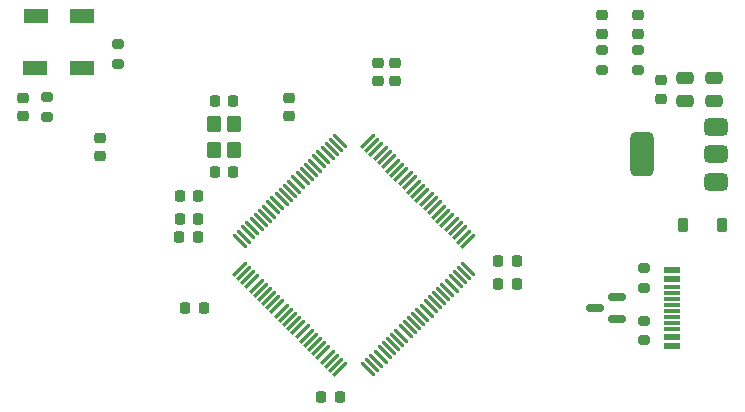
<source format=gtp>
%TF.GenerationSoftware,KiCad,Pcbnew,9.0.4+dfsg-1*%
%TF.CreationDate,2025-10-04T09:30:26+08:00*%
%TF.ProjectId,stmw-mcu-stm32f407,73746d77-2d6d-4637-952d-73746d333266,a*%
%TF.SameCoordinates,Original*%
%TF.FileFunction,Paste,Top*%
%TF.FilePolarity,Positive*%
%FSLAX45Y45*%
G04 Gerber Fmt 4.5, Leading zero omitted, Abs format (unit mm)*
G04 Created by KiCad (PCBNEW 9.0.4+dfsg-1) date 2025-10-04 09:30:26*
%MOMM*%
%LPD*%
G01*
G04 APERTURE LIST*
G04 Aperture macros list*
%AMRoundRect*
0 Rectangle with rounded corners*
0 $1 Rounding radius*
0 $2 $3 $4 $5 $6 $7 $8 $9 X,Y pos of 4 corners*
0 Add a 4 corners polygon primitive as box body*
4,1,4,$2,$3,$4,$5,$6,$7,$8,$9,$2,$3,0*
0 Add four circle primitives for the rounded corners*
1,1,$1+$1,$2,$3*
1,1,$1+$1,$4,$5*
1,1,$1+$1,$6,$7*
1,1,$1+$1,$8,$9*
0 Add four rect primitives between the rounded corners*
20,1,$1+$1,$2,$3,$4,$5,0*
20,1,$1+$1,$4,$5,$6,$7,0*
20,1,$1+$1,$6,$7,$8,$9,0*
20,1,$1+$1,$8,$9,$2,$3,0*%
G04 Aperture macros list end*
%ADD10R,1.450000X0.600000*%
%ADD11R,1.450000X0.300000*%
%ADD12RoundRect,0.225000X-0.225000X-0.250000X0.225000X-0.250000X0.225000X0.250000X-0.225000X0.250000X0*%
%ADD13RoundRect,0.218750X0.256250X-0.218750X0.256250X0.218750X-0.256250X0.218750X-0.256250X-0.218750X0*%
%ADD14RoundRect,0.250000X0.475000X-0.250000X0.475000X0.250000X-0.475000X0.250000X-0.475000X-0.250000X0*%
%ADD15RoundRect,0.150000X0.587500X0.150000X-0.587500X0.150000X-0.587500X-0.150000X0.587500X-0.150000X0*%
%ADD16RoundRect,0.200000X0.275000X-0.200000X0.275000X0.200000X-0.275000X0.200000X-0.275000X-0.200000X0*%
%ADD17RoundRect,0.075000X-0.565685X0.459619X0.459619X-0.565685X0.565685X-0.459619X-0.459619X0.565685X0*%
%ADD18RoundRect,0.075000X-0.565685X-0.459619X-0.459619X-0.565685X0.565685X0.459619X0.459619X0.565685X0*%
%ADD19RoundRect,0.200000X-0.275000X0.200000X-0.275000X-0.200000X0.275000X-0.200000X0.275000X0.200000X0*%
%ADD20RoundRect,0.250000X-0.350000X0.450000X-0.350000X-0.450000X0.350000X-0.450000X0.350000X0.450000X0*%
%ADD21RoundRect,0.225000X0.250000X-0.225000X0.250000X0.225000X-0.250000X0.225000X-0.250000X-0.225000X0*%
%ADD22RoundRect,0.225000X0.225000X0.250000X-0.225000X0.250000X-0.225000X-0.250000X0.225000X-0.250000X0*%
%ADD23RoundRect,0.225000X-0.250000X0.225000X-0.250000X-0.225000X0.250000X-0.225000X0.250000X0.225000X0*%
%ADD24RoundRect,0.375000X0.625000X0.375000X-0.625000X0.375000X-0.625000X-0.375000X0.625000X-0.375000X0*%
%ADD25RoundRect,0.500000X0.500000X1.400000X-0.500000X1.400000X-0.500000X-1.400000X0.500000X-1.400000X0*%
%ADD26R,2.000000X1.200000*%
%ADD27RoundRect,0.225000X0.225000X0.375000X-0.225000X0.375000X-0.225000X-0.375000X0.225000X-0.375000X0*%
%ADD28RoundRect,0.218750X-0.218750X-0.256250X0.218750X-0.256250X0.218750X0.256250X-0.218750X0.256250X0*%
G04 APERTURE END LIST*
D10*
%TO.C,J2*%
X17695500Y-10675000D03*
X17695500Y-10595000D03*
D11*
X17695500Y-10475000D03*
X17695500Y-10375000D03*
X17695500Y-10325000D03*
X17695500Y-10225000D03*
D10*
X17695500Y-10105000D03*
X17695500Y-10025000D03*
X17695500Y-10025000D03*
X17695500Y-10105000D03*
D11*
X17695500Y-10175000D03*
X17695500Y-10275000D03*
X17695500Y-10425000D03*
X17695500Y-10525000D03*
D10*
X17695500Y-10595000D03*
X17695500Y-10675000D03*
%TD*%
D12*
%TO.C,C14*%
X16222500Y-10150000D03*
X16377500Y-10150000D03*
%TD*%
%TO.C,C11*%
X13822500Y-8600000D03*
X13977500Y-8600000D03*
%TD*%
D13*
%TO.C,D3*%
X17400000Y-8028750D03*
X17400000Y-7871250D03*
%TD*%
D14*
%TO.C,C1*%
X18050000Y-8595000D03*
X18050000Y-8405000D03*
%TD*%
D15*
%TO.C,D1*%
X17230250Y-10445000D03*
X17230250Y-10255000D03*
X17042750Y-10350000D03*
%TD*%
D16*
%TO.C,R1*%
X17454000Y-10623000D03*
X17454000Y-10458000D03*
%TD*%
D17*
%TO.C,U3*%
X14881560Y-8933032D03*
X14846204Y-8968387D03*
X14810849Y-9003742D03*
X14775494Y-9039098D03*
X14740138Y-9074453D03*
X14704783Y-9109808D03*
X14669428Y-9145164D03*
X14634072Y-9180519D03*
X14598717Y-9215874D03*
X14563362Y-9251230D03*
X14528006Y-9286585D03*
X14492651Y-9321940D03*
X14457295Y-9357296D03*
X14421940Y-9392651D03*
X14386585Y-9428006D03*
X14351229Y-9463362D03*
X14315874Y-9498717D03*
X14280519Y-9534072D03*
X14245163Y-9569428D03*
X14209808Y-9604783D03*
X14174453Y-9640138D03*
X14139097Y-9675494D03*
X14103742Y-9710849D03*
X14068387Y-9746204D03*
X14033031Y-9781560D03*
D18*
X14033031Y-10018440D03*
X14068387Y-10053796D03*
X14103742Y-10089151D03*
X14139097Y-10124506D03*
X14174453Y-10159862D03*
X14209808Y-10195217D03*
X14245163Y-10230572D03*
X14280519Y-10265928D03*
X14315874Y-10301283D03*
X14351229Y-10336638D03*
X14386585Y-10371994D03*
X14421940Y-10407349D03*
X14457295Y-10442705D03*
X14492651Y-10478060D03*
X14528006Y-10513415D03*
X14563362Y-10548771D03*
X14598717Y-10584126D03*
X14634072Y-10619481D03*
X14669428Y-10654837D03*
X14704783Y-10690192D03*
X14740138Y-10725547D03*
X14775494Y-10760903D03*
X14810849Y-10796258D03*
X14846204Y-10831613D03*
X14881560Y-10866969D03*
D17*
X15118440Y-10866969D03*
X15153796Y-10831613D03*
X15189151Y-10796258D03*
X15224506Y-10760903D03*
X15259862Y-10725547D03*
X15295217Y-10690192D03*
X15330572Y-10654837D03*
X15365928Y-10619481D03*
X15401283Y-10584126D03*
X15436638Y-10548771D03*
X15471994Y-10513415D03*
X15507349Y-10478060D03*
X15542704Y-10442705D03*
X15578060Y-10407349D03*
X15613415Y-10371994D03*
X15648770Y-10336638D03*
X15684126Y-10301283D03*
X15719481Y-10265928D03*
X15754836Y-10230572D03*
X15790192Y-10195217D03*
X15825547Y-10159862D03*
X15860902Y-10124506D03*
X15896258Y-10089151D03*
X15931613Y-10053796D03*
X15966968Y-10018440D03*
D18*
X15966968Y-9781560D03*
X15931613Y-9746204D03*
X15896258Y-9710849D03*
X15860902Y-9675494D03*
X15825547Y-9640138D03*
X15790192Y-9604783D03*
X15754836Y-9569428D03*
X15719481Y-9534072D03*
X15684126Y-9498717D03*
X15648770Y-9463362D03*
X15613415Y-9428006D03*
X15578060Y-9392651D03*
X15542704Y-9357296D03*
X15507349Y-9321940D03*
X15471994Y-9286585D03*
X15436638Y-9251230D03*
X15401283Y-9215874D03*
X15365928Y-9180519D03*
X15330572Y-9145164D03*
X15295217Y-9109808D03*
X15259862Y-9074453D03*
X15224506Y-9039098D03*
X15189151Y-9003742D03*
X15153796Y-8968387D03*
X15118440Y-8933032D03*
%TD*%
D16*
%TO.C,R3*%
X12400000Y-8732500D03*
X12400000Y-8567500D03*
%TD*%
D19*
%TO.C,R2*%
X17454000Y-10013500D03*
X17454000Y-10178500D03*
%TD*%
D20*
%TO.C,Y1*%
X13815000Y-8790000D03*
X13815000Y-9010000D03*
X13985000Y-9010000D03*
X13985000Y-8790000D03*
%TD*%
D19*
%TO.C,R5*%
X17400000Y-8167500D03*
X17400000Y-8332500D03*
%TD*%
D21*
%TO.C,C2*%
X14450000Y-8727500D03*
X14450000Y-8572500D03*
%TD*%
D22*
%TO.C,C9*%
X13677500Y-9600000D03*
X13522500Y-9600000D03*
%TD*%
D23*
%TO.C,C6*%
X12200000Y-8572500D03*
X12200000Y-8727500D03*
%TD*%
D19*
%TO.C,R6*%
X17100000Y-8167500D03*
X17100000Y-8332500D03*
%TD*%
D22*
%TO.C,C10*%
X13727500Y-10350000D03*
X13572500Y-10350000D03*
%TD*%
%TO.C,C13*%
X13977500Y-9200000D03*
X13822500Y-9200000D03*
%TD*%
D14*
%TO.C,C3*%
X17800000Y-8595000D03*
X17800000Y-8405000D03*
%TD*%
D24*
%TO.C,U1*%
X18065000Y-9280000D03*
X18065000Y-9050000D03*
D25*
X17435000Y-9050000D03*
D24*
X18065000Y-8820000D03*
%TD*%
D12*
%TO.C,C12*%
X14722500Y-11100000D03*
X14877500Y-11100000D03*
%TD*%
D21*
%TO.C,C7*%
X12850000Y-9067000D03*
X12850000Y-8912000D03*
%TD*%
D26*
%TO.C,SW1*%
X12305000Y-7880000D03*
X12300000Y-8320000D03*
%TD*%
D12*
%TO.C,C15*%
X16222500Y-9950000D03*
X16377500Y-9950000D03*
%TD*%
D21*
%TO.C,C16*%
X15200000Y-8427500D03*
X15200000Y-8272500D03*
%TD*%
D22*
%TO.C,C8*%
X13677500Y-9400000D03*
X13522500Y-9400000D03*
%TD*%
D21*
%TO.C,C4*%
X17600000Y-8577500D03*
X17600000Y-8422500D03*
%TD*%
D27*
%TO.C,D2*%
X18115000Y-9650000D03*
X17785000Y-9650000D03*
%TD*%
D28*
%TO.C,FB1*%
X13521250Y-9750000D03*
X13678750Y-9750000D03*
%TD*%
D16*
%TO.C,R4*%
X13000000Y-8282500D03*
X13000000Y-8117500D03*
%TD*%
D26*
%TO.C,SW2*%
X12695000Y-8320000D03*
X12700000Y-7880000D03*
%TD*%
D21*
%TO.C,C5*%
X15350000Y-8427500D03*
X15350000Y-8272500D03*
%TD*%
D13*
%TO.C,D4*%
X17100000Y-8028750D03*
X17100000Y-7871250D03*
%TD*%
M02*

</source>
